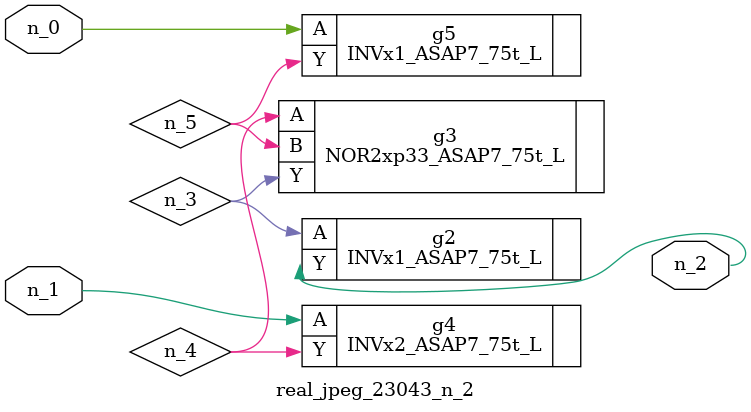
<source format=v>
module real_jpeg_23043_n_2 (n_1, n_0, n_2);

input n_1;
input n_0;

output n_2;

wire n_5;
wire n_4;
wire n_3;

INVx1_ASAP7_75t_L g5 ( 
.A(n_0),
.Y(n_5)
);

INVx2_ASAP7_75t_L g4 ( 
.A(n_1),
.Y(n_4)
);

INVx1_ASAP7_75t_L g2 ( 
.A(n_3),
.Y(n_2)
);

NOR2xp33_ASAP7_75t_L g3 ( 
.A(n_4),
.B(n_5),
.Y(n_3)
);


endmodule
</source>
